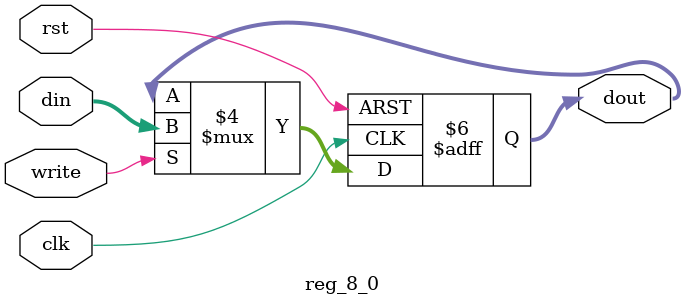
<source format=v>
module reg_8_0(clk,rst,write,din,dout);

output [7:0] dout;
input  clk,rst,write;
input  [7:0] din;

reg [7:0] dout;

always @ (posedge clk or negedge rst)
	begin
		if(!rst)
			dout  <= 8'h32;
		else 
		  if(write)
					 dout<=din;
		  else 
					 dout<=dout;
	end

endmodule
</source>
